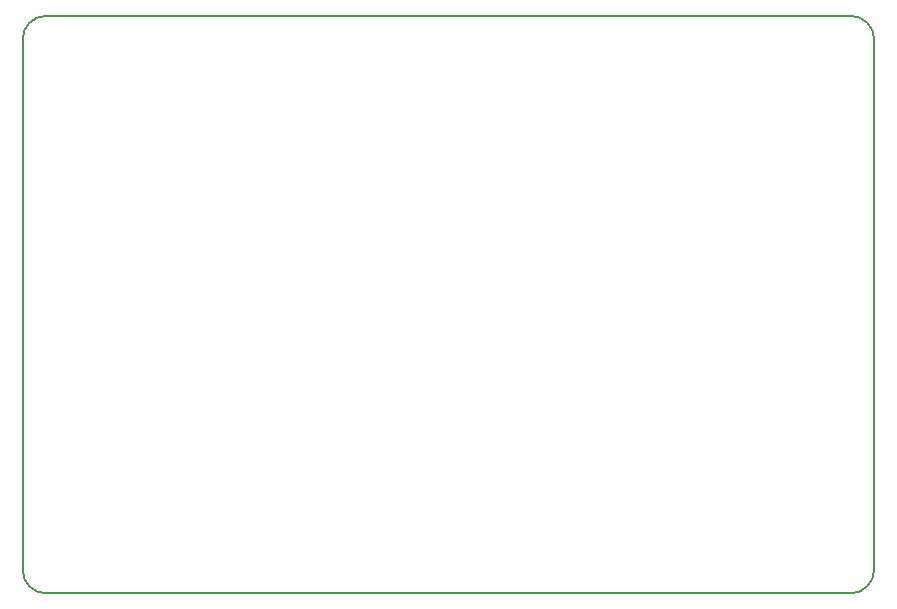
<source format=gbr>
%TF.GenerationSoftware,KiCad,Pcbnew,8.0.2*%
%TF.CreationDate,2024-06-16T16:36:44+02:00*%
%TF.ProjectId,Screen Control,53637265-656e-4204-936f-6e74726f6c2e,rev?*%
%TF.SameCoordinates,Original*%
%TF.FileFunction,Profile,NP*%
%FSLAX46Y46*%
G04 Gerber Fmt 4.6, Leading zero omitted, Abs format (unit mm)*
G04 Created by KiCad (PCBNEW 8.0.2) date 2024-06-16 16:36:44*
%MOMM*%
%LPD*%
G01*
G04 APERTURE LIST*
%TA.AperFunction,Profile*%
%ADD10C,0.200000*%
%TD*%
G04 APERTURE END LIST*
D10*
X111239300Y-103232200D02*
X111239300Y-58337200D01*
X181349900Y-56337200D02*
G75*
G02*
X183349900Y-58337200I0J-2000000D01*
G01*
X113239300Y-56337200D02*
X181349900Y-56337200D01*
X181349900Y-105232200D02*
X113239300Y-105232200D01*
X111239300Y-58337200D02*
G75*
G02*
X113239300Y-56337200I2000000J0D01*
G01*
X113239300Y-105232200D02*
G75*
G02*
X111239300Y-103232200I0J2000000D01*
G01*
X183349900Y-103232200D02*
G75*
G02*
X181349900Y-105232200I-2000000J0D01*
G01*
X183349900Y-58337200D02*
X183349900Y-103232200D01*
M02*

</source>
